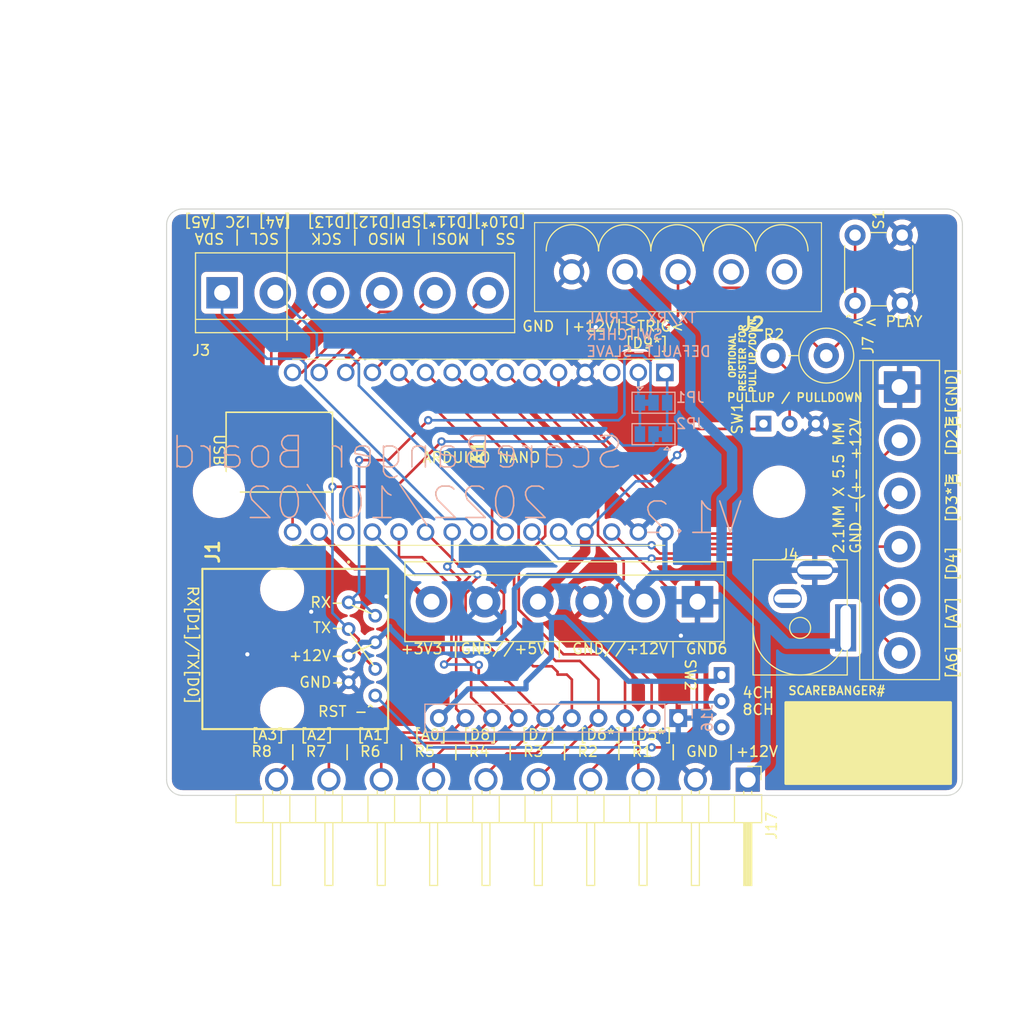
<source format=kicad_pcb>
(kicad_pcb (version 20211014) (generator pcbnew)
  (layers (0 "F.Cu" signal) (31 "B.Cu" signal) (34 "B.Paste" user) (35 "F.Paste" user) (36 "B.SilkS" user "B.Silkscreen") (37 "F.SilkS" user "F.Silkscreen") (38 "B.Mask" user) (39 "F.Mask" user) (44 "Edge.Cuts" user))
  (net 0 "")
  (net 1 "Net-(A1-Pad2)")
  (net 3 "GND")
  (net 4 "Net-(A1-Pad5)")
  (net 5 "Net-(A1-Pad6)")
  (net 6 "Net-(A1-Pad7)")
  (net 7 "Net-(A1-Pad8)")
  (net 8 "Net-(A1-Pad9)")
  (net 9 "Net-(A1-Pad10)")
  (net 10 "Net-(A1-Pad11)")
  (net 11 "Net-(A1-Pad12)")
  (net 12 "+3.3V")
  (net 14 "Net-(A1-Pad19)")
  (net 15 "Net-(A1-Pad20)")
  (net 16 "Net-(A1-Pad21)")
  (net 17 "Net-(A1-Pad22)")
  (net 18 "Net-(A1-Pad23)")
  (net 19 "Net-(A1-Pad24)")
  (net 20 "Net-(J3-Pad6)")
  (net 21 "Net-(A1-Pad26)")
  (net 22 "+5V")
  (net 23 "Net-(A1-Pad28)")
  (net 24 "+12V")
  (net 25 "SPKR -")
  (net 26 "SPKR +")
  (net 27 "Net-(A1-Pad14)")
  (net 28 "Net-(A1-Pad15)")
  (net 29 "Net-(A1-Pad16)")
  (net 30 "Net-(A1-Pad25)")
  (net 32 "Net-(J1-Pad1)")
  (net 33 "Net-(J1-Pad3)")
  (net 34 "Net-(A1-Pad1)")
  (net 35 "Net-(R2-Pad2)")
  (footprint "SamacSys_Parts:ARDNANO30NP" (layer "F.Cu") (at 148.59 101.61 -90)
    (fp_text reference "A1" (at 7.62 17.78 -90) (layer "F.SilkS") (effects (font (size 1.27 1.27) (thickness 0.254))))
    (fp_text value "Arduino_Nano_v3.x" hide)
    (pad "1" thru_hole rect (at 0 0 270) (size 1.665 1.665) (drill 1.11) (layers *.Cu *.Mask) (net 34 "Net-(A1-Pad1)"))
    (pad "2" thru_hole circle (at 0 2.54 270) (size 1.665 1.665) (drill 1.11) (layers *.Cu *.Mask) (net 1 "Net-(A1-Pad2)"))
    (pad "3" thru_hole circle (at 0 5.08 270) (size 1.665 1.665) (drill 1.11) (layers *.Cu *.Mask))
    (pad "4" thru_hole circle (at 0 7.62 270) (size 1.665 1.665) (drill 1.11) (layers *.Cu *.Mask) (net 3 "GND"))
    (pad "5" thru_hole circle (at 0 10.16 270) (size 1.665 1.665) (drill 1.11) (layers *.Cu *.Mask) (net 4 "Net-(A1-Pad5)"))
    (pad "6" thru_hole circle (at 0 12.7 270) (size 1.665 1.665) (drill 1.11) (layers *.Cu *.Mask) (net 5 "Net-(A1-Pad6)"))
    (pad "7" thru_hole circle (at 0 15.24 270) (size 1.665 1.665) (drill 1.11) (layers *.Cu *.Mask) (net 6 "Net-(A1-Pad7)"))
    (pad "8" thru_hole circle (at 0 17.78 270) (size 1.665 1.665) (drill 1.11) (layers *.Cu *.Mask) (net 7 "Net-(A1-Pad8)"))
    (pad "9" thru_hole circle (at 0 20.32 270) (size 1.665 1.665) (drill 1.11) (layers *.Cu *.Mask) (net 8 "Net-(A1-Pad9)"))
    (pad "10" thru_hole circle (at 0 22.86 270) (size 1.665 1.665) (drill 1.11) (layers *.Cu *.Mask) (net 9 "Net-(A1-Pad10)"))
    (pad "11" thru_hole circle (at 0 25.4 270) (size 1.665 1.665) (drill 1.11) (layers *.Cu *.Mask) (net 10 "Net-(A1-Pad11)"))
    (pad "12" thru_hole circle (at 0 27.94 270) (size 1.665 1.665) (drill 1.11) (layers *.Cu *.Mask) (net 11 "Net-(A1-Pad12)"))
    (pad "13" thru_hole circle (at 0 30.48 270) (size 1.665 1.665) (drill 1.11) (layers *.Cu *.Mask) (net 20 "Net-(J3-Pad6)"))
    (pad "14" thru_hole circle (at 0 33.02 270) (size 1.665 1.665) (drill 1.11) (layers *.Cu *.Mask) (net 27 "Net-(A1-Pad14)"))
    (pad "15" thru_hole circle (at 0 35.56 270) (size 1.665 1.665) (drill 1.11) (layers *.Cu *.Mask) (net 28 "Net-(A1-Pad15)"))
    (pad "16" thru_hole circle (at 15.24 35.56 270) (size 1.665 1.665) (drill 1.11) (layers *.Cu *.Mask) (net 29 "Net-(A1-Pad16)"))
    (pad "17" thru_hole circle (at 15.24 33.02 270) (size 1.665 1.665) (drill 1.11) (layers *.Cu *.Mask) (net 12 "+3.3V"))
    (pad "18" thru_hole circle (at 15.24 30.48 270) (size 1.665 1.665) (drill 1.11) (layers *.Cu *.Mask))
    (pad "19" thru_hole circle (at 15.24 27.94 270) (size 1.665 1.665) (drill 1.11) (layers *.Cu *.Mask) (net 14 "Net-(A1-Pad19)"))
    (pad "20" thru_hole circle (at 15.24 25.4 270) (size 1.665 1.665) (drill 1.11) (layers *.Cu *.Mask) (net 15 "Net-(A1-Pad20)"))
    (pad "21" thru_hole circle (at 15.24 22.86 270) (size 1.665 1.665) (drill 1.11) (layers *.Cu *.Mask) (net 16 "Net-(A1-Pad21)"))
    (pad "22" thru_hole circle (at 15.24 20.32 270) (size 1.665 1.665) (drill 1.11) (layers *.Cu *.Mask) (net 17 "Net-(A1-Pad22)"))
    (pad "23" thru_hole circle (at 15.24 17.78 270) (size 1.665 1.665) (drill 1.11) (layers *.Cu *.Mask) (net 18 "Net-(A1-Pad23)"))
    (pad "24" thru_hole circle (at 15.24 15.24 270) (size 1.665 1.665) (drill 1.11) (layers *.Cu *.Mask) (net 19 "Net-(A1-Pad24)"))
    (pad "25" thru_hole circle (at 15.24 12.7 270) (size 1.665 1.665) (drill 1.11) (layers *.Cu *.Mask) (net 30 "Net-(A1-Pad25)"))
    (pad "26" thru_hole circle (at 15.24 10.16 270) (size 1.665 1.665) (drill 1.11) (layers *.Cu *.Mask) (net 21 "Net-(A1-Pad26)"))
    (pad "27" thru_hole circle (at 15.24 7.62 270) (size 1.665 1.665) (drill 1.11) (layers *.Cu *.Mask) (net 22 "+5V"))
    (pad "28" thru_hole circle (at 15.24 5.08 270) (size 1.665 1.665) (drill 1.11) (layers *.Cu *.Mask) (net 23 "Net-(A1-Pad28)"))
    (pad "29" thru_hole circle (at 15.24 2.54 270) (size 1.665 1.665) (drill 1.11) (layers *.Cu *.Mask) (net 3 "GND"))
    (pad "30" thru_hole circle (at 15.24 0 270) (size 1.665 1.665) (drill 1.11) (layers *.Cu *.Mask) (net 24 "+12V"))
  )
  (footprint "TerminalBlock:TerminalBlock_bornier-6_P5.08mm" (layer "F.Cu") (at 106.3 94)
    (fp_text reference "J3" (at -2 5.5 180) (layer "F.SilkS"))
    (fp_text value "Screw_Terminal_01x06")
    (pad "1" thru_hole rect (at 0 0) (size 3 3) (drill 1.52) (layers *.Cu *.Mask) (net 18 "Net-(A1-Pad23)"))
    (pad "2" thru_hole circle (at 5.08 0) (size 3 3) (drill 1.52) (layers *.Cu *.Mask) (net 19 "Net-(A1-Pad24)"))
    (pad "3" thru_hole circle (at 10.16 0) (size 3 3) (drill 1.52) (layers *.Cu *.Mask) (net 29 "Net-(A1-Pad16)"))
    (pad "4" thru_hole circle (at 15.24 0) (size 3 3) (drill 1.52) (layers *.Cu *.Mask) (net 28 "Net-(A1-Pad15)"))
    (pad "5" thru_hole circle (at 20.32 0) (size 3 3) (drill 1.52) (layers *.Cu *.Mask) (net 27 "Net-(A1-Pad14)"))
    (pad "6" thru_hole circle (at 25.4 0) (size 3 3) (drill 1.52) (layers *.Cu *.Mask) (net 20 "Net-(J3-Pad6)"))
  )
  (footprint "custom:SpDt SlideSwitch" (layer "F.Cu") (at 154 130.5 -90)
    (fp_text reference "SW2" (at 0 3 -90 unlocked) (layer "F.SilkS"))
    (fp_text value "SW_SPDT")
    (pad "1" thru_hole rect (at 0 0 270) (size 1.5 1.5) (drill 0.8) (layers *.Cu *.Mask) (net 22 "+5V"))
    (pad "2" thru_hole circle (at 2.5 0 270) (size 1.5 1.5) (drill 0.8) (layers *.Cu *.Mask) (net 14 "Net-(A1-Pad19)"))
    (pad "3" thru_hole circle (at 5 0 270) (size 1.5 1.5) (drill 0.8) (layers *.Cu *.Mask))
  )
  (footprint "TerminalBlock:TerminalBlock_bornier-6_P5.08mm" (layer "F.Cu") (at 151.7 123.5 180)
    (fp_text reference "J6" (at -2 -4.5) (layer "F.SilkS"))
    (fp_text value "Screw_Terminal_01x06")
    (pad "1" thru_hole rect (at 0 0 180) (size 3 3) (drill 1.52) (layers *.Cu *.Mask) (net 3 "GND"))
    (pad "2" thru_hole circle (at 5.08 0 180) (size 3 3) (drill 1.52) (layers *.Cu *.Mask) (net 24 "+12V"))
    (pad "3" thru_hole circle (at 10.16 0 180) (size 3 3) (drill 1.52) (layers *.Cu *.Mask) (net 3 "GND"))
    (pad "4" thru_hole circle (at 15.24 0 180) (size 3 3) (drill 1.52) (layers *.Cu *.Mask) (net 22 "+5V"))
    (pad "5" thru_hole circle (at 20.32 0 180) (size 3 3) (drill 1.52) (layers *.Cu *.Mask) (net 3 "GND"))
    (pad "6" thru_hole circle (at 25.4 0 180) (size 3 3) (drill 1.52) (layers *.Cu *.Mask) (net 12 "+3.3V"))
  )
  (footprint "TerminalBlock:TerminalBlock_bornier-6_P5.08mm" (layer "F.Cu") (at 171 103 -90)
    (fp_text reference "J7" (at -4 3 90) (layer "F.SilkS"))
    (fp_text value "Screw_Terminal_01x06")
    (pad "1" thru_hole rect (at 0 0 270) (size 3 3) (drill 1.52) (layers *.Cu *.Mask) (net 3 "GND"))
    (pad "2" thru_hole circle (at 5.08 0 270) (size 3 3) (drill 1.52) (layers *.Cu *.Mask) (net 4 "Net-(A1-Pad5)"))
    (pad "3" thru_hole circle (at 10.16 0 270) (size 3 3) (drill 1.52) (layers *.Cu *.Mask) (net 5 "Net-(A1-Pad6)"))
    (pad "4" thru_hole circle (at 15.24 0 270) (size 3 3) (drill 1.52) (layers *.Cu *.Mask) (net 6 "Net-(A1-Pad7)"))
    (pad "5" thru_hole circle (at 20.32 0 270) (size 3 3) (drill 1.52) (layers *.Cu *.Mask) (net 21 "Net-(A1-Pad26)"))
    (pad "6" thru_hole circle (at 25.4 0 270) (size 3 3) (drill 1.52) (layers *.Cu *.Mask) (net 30 "Net-(A1-Pad25)"))
  )
  (footprint "MountingHole:MountingHole_4mm" (layer "F.Cu") (at 159.5 113)
    (fp_text reference "REF**" hide)
    (fp_text value "MountingHole_4mm")
    (pad "" np_thru_hole circle (at 0 0) (size 4 4) (drill 4) (layers *.Cu *.Mask))
  )
  (footprint "SamacSys_Parts:691311500105" (layer "F.Cu") (at 160 92 180)
    (fp_text reference "J2" (at 3 -5 180) (layer "F.SilkS") (effects (font (size 1.27 1.27) (thickness 0.254))))
    (fp_text value "1757271" hide)
    (pad "1" thru_hole circle (at 0 0 180) (size 2.4 2.4) (drill 1.6) (layers *.Cu *.Mask) (net 26 "SPKR +"))
    (pad "2" thru_hole circle (at 5.08 0 180) (size 2.4 2.4) (drill 1.6) (layers *.Cu *.Mask) (net 25 "SPKR -"))
    (pad "3" thru_hole circle (at 10.16 0 180) (size 2.4 2.4) (drill 1.6) (layers *.Cu *.Mask) (net 11 "Net-(A1-Pad12)"))
    (pad "4" thru_hole circle (at 15.24 0 180) (size 2.4 2.4) (drill 1.6) (layers *.Cu *.Mask) (net 24 "+12V"))
    (pad "5" thru_hole circle (at 20.32 0 180) (size 2.4 2.4) (drill 1.6) (layers *.Cu *.Mask) (net 3 "GND"))
  )
  (footprint "Button_Switch_THT:SW_PUSH_6mm" (layer "F.Cu") (at 166.75 95 90)
    (fp_text reference "S1" (at 8 2.25 90) (layer "F.SilkS"))
    (fp_text value "GPTS203211B")
    (pad "1" thru_hole circle (at 6.5 0 180) (size 2 2) (drill 1.1) (layers *.Cu *.Mask) (net 11 "Net-(A1-Pad12)"))
    (pad "1" thru_hole circle (at 0 0 180) (size 2 2) (drill 1.1) (layers *.Cu *.Mask) (net 11 "Net-(A1-Pad12)"))
    (pad "2" thru_hole circle (at 0 4.5 180) (size 2 2) (drill 1.1) (layers *.Cu *.Mask) (net 3 "GND"))
    (pad "2" thru_hole circle (at 6.5 4.5 180) (size 2 2) (drill 1.1) (layers *.Cu *.Mask) (net 3 "GND"))
  )
  (footprint "custom:PinHeader_1x10_P5.0mm_Horizontal" (layer "F.Cu") (at 156.5 140.5 -90)
    (fp_text reference "J17" (at 4.385 -2.27 -90) (layer "F.SilkS"))
    (fp_text value "Screw_Terminal_01x10 -  HILETGO RLEAY BOARD")
    (pad "1" thru_hole rect (at 0 0 270) (size 2.3 2.3) (drill 1.5) (layers *.Cu *.Mask) (net 24 "+12V"))
    (pad "2" thru_hole circle (at 0 5 270) (size 2.2 2.2) (drill 1.5) (layers *.Cu *.Mask) (net 3 "GND"))
    (pad "3" thru_hole circle (at 0 10 270) (size 2.2 2.2) (drill 1.5) (layers *.Cu *.Mask) (net 7 "Net-(A1-Pad8)"))
    (pad "4" thru_hole circle (at 0 15 270) (size 2.2 2.2) (drill 1.5) (layers *.Cu *.Mask) (net 8 "Net-(A1-Pad9)"))
    (pad "5" thru_hole circle (at 0 20 270) (size 2.2 2.2) (drill 1.5) (layers *.Cu *.Mask) (net 9 "Net-(A1-Pad10)"))
    (pad "6" thru_hole circle (at 0 25 270) (size 2.2 2.2) (drill 1.5) (layers *.Cu *.Mask) (net 10 "Net-(A1-Pad11)"))
    (pad "7" thru_hole circle (at 0 30 270) (size 2.2 2.2) (drill 1.5) (layers *.Cu *.Mask) (net 14 "Net-(A1-Pad19)"))
    (pad "8" thru_hole circle (at 0 35 270) (size 2.2 2.2) (drill 1.5) (layers *.Cu *.Mask) (net 15 "Net-(A1-Pad20)"))
    (pad "9" thru_hole circle (at 0 40 270) (size 2.2 2.2) (drill 1.5) (layers *.Cu *.Mask) (net 16 "Net-(A1-Pad21)"))
    (pad "10" thru_hole circle (at 0 45 270) (size 2.2 2.2) (drill 1.5) (layers *.Cu *.Mask) (net 17 "Net-(A1-Pad22)"))
  )
  (footprint "Resistor_THT:R_Axial_DIN0516_L15.5mm_D5.0mm_P5.08mm_Vertical" (layer "F.Cu") (at 164 100 180)
    (fp_text reference "R2" (at 5 2) (layer "F.SilkS"))
    (fp_text value "10K")
    (pad "1" thru_hole circle (at 0 0 180) (size 2.4 2.4) (drill 1.2) (layers *.Cu *.Mask) (net 11 "Net-(A1-Pad12)"))
    (pad "2" thru_hole oval (at 5.08 0 180) (size 2.4 2.4) (drill 1.2) (layers *.Cu *.Mask) (net 35 "Net-(R2-Pad2)"))
  )
  (footprint "SamacSys_Parts:54602908LF" (layer "F.Cu") (at 118.384 123.571 -90)
    (fp_text reference "J1" (at -4.826 12.974 -90) (layer "F.SilkS") (effects (font (size 1.27 1.27) (thickness 0.254))))
    (fp_text value "RJ45" hide)
    (pad "" np_thru_hole circle locked (at 10.16 6.35 270) (size 3.2 3.2) (drill 3.2) (layers *.Cu *.Mask))
    (pad "" np_thru_hole circle locked (at -1.27 6.35 270) (size 3.2 3.2) (drill 3.2) (layers *.Cu *.Mask))
    (pad "1" thru_hole circle locked (at 0 0 270) (size 1.303 1.303) (drill 0.76) (layers *.Cu *.Mask) (net 32 "Net-(J1-Pad1)"))
    (pad "2" thru_hole circle locked (at 1.27 -2.54 270) (size 1.303 1.303) (drill 0.76) (layers *.Cu *.Mask) (net 32 "Net-(J1-Pad1)"))
    (pad "3" thru_hole circle locked (at 2.54 0 270) (size 1.303 1.303) (drill 0.76) (layers *.Cu *.Mask) (net 33 "Net-(J1-Pad3)"))
    (pad "4" thru_hole circle locked (at 3.81 -2.54 270) (size 1.303 1.303) (drill 0.76) (layers *.Cu *.Mask) (net 24 "+12V"))
    (pad "5" thru_hole circle locked (at 5.08 0 270) (size 1.303 1.303) (drill 0.76) (layers *.Cu *.Mask) (net 24 "+12V"))
    (pad "6" thru_hole circle locked (at 6.35 -2.54 270) (size 1.303 1.303) (drill 0.76) (layers *.Cu *.Mask) (net 33 "Net-(J1-Pad3)"))
    (pad "7" thru_hole circle locked (at 7.62 0 270) (size 1.303 1.303) (drill 0.76) (layers *.Cu *.Mask) (net 3 "GND"))
    (pad "8" thru_hole circle locked (at 8.89 -2.54 270) (size 1.303 1.303) (drill 0.76) (layers *.Cu *.Mask) (net 23 "Net-(A1-Pad28)"))
  )
  (footprint "custom:SpDt SlideSwitch" (layer "F.Cu") (at 158 106.5)
    (fp_text reference "SW1" (at -2.5 -0.5 90 unlocked) (layer "F.SilkS"))
    (fp_text value "SW_SPDT")
    (pad "1" thru_hole rect (at 0 0) (size 1.5 1.5) (drill 0.8) (layers *.Cu *.Mask) (net 22 "+5V"))
    (pad "2" thru_hole circle (at 2.5 0) (size 1.5 1.5) (drill 0.8) (layers *.Cu *.Mask) (net 35 "Net-(R2-Pad2)"))
    (pad "3" thru_hole circle (at 5 0) (size 1.5 1.5) (drill 0.8) (layers *.Cu *.Mask) (net 3 "GND"))
  )
  (footprint "MountingHole:MountingHole_4mm" (layer "F.Cu") (at 106 113)
    (fp_text reference "REF**" hide)
    (fp_text value "MountingHole_4mm")
    (pad "" np_thru_hole circle (at 0 0) (size 4 4) (drill 4) (layers *.Cu *.Mask))
  )
  (footprint "custom:Vertical-BarrelJack_54-00287" (layer "F.Cu") (at 161.5 126 180)
    (fp_text reference "J4" (at 1 7 unlocked) (layer "F.SilkS"))
    (fp_text value "Barrel_Jack_Switch")
    (pad "1" thru_hole rect (at -4.35 0 270) (size 4.5 2) (drill oval 4.3 1) (layers *.Cu *.Mask) (net 24 "+12V"))
    (pad "2" thru_hole oval (at -1.4 5.5 180) (size 3.5 1.8) (drill oval 3.3 0.8) (layers *.Cu *.Mask) (net 3 "GND"))
    (pad "3" thru_hole oval (at 1.2 2.8 180) (size 2.7 1.8) (drill oval 2.5 0.8) (layers *.Cu *.Mask))
  )
  (footprint "Connector_PinSocket_2.54mm:PinSocket_1x10_P2.54mm_Vertical" (layer "B.Cu") (at 149.86 134.62 90)
    (fp_text reference "J16" (at 0 2.77 90) (layer "B.SilkS") (effects (justify mirror)))
    (fp_text value "Conn_01x10_Female - SAINSMART CONNECTOR")
    (pad "1" thru_hole rect (at 0 0 90) (size 1.7 1.7) (drill 1) (layers *.Cu *.Mask) (net 3 "GND"))
    (pad "2" thru_hole oval (at 0 -2.54 90) (size 1.7 1.7) (drill 1) (layers *.Cu *.Mask) (net 7 "Net-(A1-Pad8)"))
    (pad "3" thru_hole oval (at 0 -5.08 90) (size 1.7 1.7) (drill 1) (layers *.Cu *.Mask) (net 8 "Net-(A1-Pad9)"))
    (pad "4" thru_hole oval (at 0 -7.62 90) (size 1.7 1.7) (drill 1) (layers *.Cu *.Mask) (net 9 "Net-(A1-Pad10)"))
    (pad "5" thru_hole oval (at 0 -10.16 90) (size 1.7 1.7) (drill 1) (layers *.Cu *.Mask) (net 10 "Net-(A1-Pad11)"))
    (pad "6" thru_hole oval (at 0 -12.7 90) (size 1.7 1.7) (drill 1) (layers *.Cu *.Mask) (net 14 "Net-(A1-Pad19)"))
    (pad "7" thru_hole oval (at 0 -15.24 90) (size 1.7 1.7) (drill 1) (layers *.Cu *.Mask) (net 15 "Net-(A1-Pad20)"))
    (pad "8" thru_hole oval (at 0 -17.78 90) (size 1.7 1.7) (drill 1) (layers *.Cu *.Mask) (net 16 "Net-(A1-Pad21)"))
    (pad "9" thru_hole oval (at 0 -20.32 90) (size 1.7 1.7) (drill 1) (layers *.Cu *.Mask) (net 17 "Net-(A1-Pad22)"))
    (pad "10" thru_hole oval (at 0 -22.86 90) (size 1.7 1.7) (drill 1) (layers *.Cu *.Mask) (net 22 "+5V"))
  )
  (footprint "Jumper:SolderJumper-3_P1.3mm_Bridged12_Pad1.0x1.5mm" (layer "B.Cu") (at 147.5 104.5)
    (fp_text reference "JP1" (at 3.5 -0.5) (layer "B.SilkS") (effects (justify mirror)))
    (fp_text value "SolderJumper_3_Bridged12")
    (fp_poly (pts (xy -0.9 0.3) (xy -0.4 0.3) (xy -0.4 -0.3) (xy -0.9 -0.3)) (layer "B.Cu") (width 0) (fill solid))
    (pad "1" smd rect (at -1.3 0) (size 1 1.5) (layers "B.Cu" "B.Mask") (net 1 "Net-(A1-Pad2)"))
    (pad "2" smd rect (at 0 0) (size 1 1.5) (layers "B.Cu" "B.Mask") (net 32 "Net-(J1-Pad1)"))
    (pad "3" smd rect (at 1.3 0) (size 1 1.5) (layers "B.Cu" "B.Mask") (net 34 "Net-(A1-Pad1)"))
  )
  (footprint "Jumper:SolderJumper-3_P1.3mm_Bridged12_Pad1.0x1.5mm" (layer "B.Cu") (at 147.5 107.5 180)
    (fp_text reference "JP2" (at -3.5 1) (layer "B.SilkS") (effects (justify mirror)))
    (fp_text value "SolderJumper_3_Bridged12")
    (fp_poly (pts (xy -0.9 0.3) (xy -0.4 0.3) (xy -0.4 -0.3) (xy -0.9 -0.3)) (layer "B.Cu") (width 0) (fill solid))
    (pad "1" smd rect (at -1.3 0 180) (size 1 1.5) (layers "B.Cu" "B.Mask") (net 34 "Net-(A1-Pad1)"))
    (pad "2" smd rect (at 0 0 180) (size 1 1.5) (layers "B.Cu" "B.Mask") (net 33 "Net-(J1-Pad3)"))
    (pad "3" smd rect (at 1.3 0 180) (size 1 1.5) (layers "B.Cu" "B.Mask") (net 1 "Net-(A1-Pad2)"))
  )
  (gr_line (start 116.84 105.41) (end 106.68 105.41) (layer "F.SilkS") (width 0.15))
  (gr_line (start 118.237 126.111) (end 120.904 129.794) (layer "F.SilkS") (width 0.15))
  (gr_line (start 118.364 123.698) (end 121.031 124.841) (layer "F.SilkS") (width 0.15))
  (gr_line (start 116.84 113.03) (end 116.84 105.41) (layer "F.SilkS") (width 0.15))
  (gr_line (start 106.68 105.41) (end 106.68 113.03) (layer "F.SilkS") (width 0.15))
  (gr_line (start 106.68 113.03) (end 116.84 113.03) (layer "F.SilkS") (width 0.15))
  (gr_line (start 118.364 128.651) (end 120.777 127.508) (layer "F.SilkS") (width 0.15))
  (gr_line (start 112.5 98.5) (end 112.5 86.5) (layer "F.SilkS") (width 0.15))
  (gr_arc (start 175.5 86) (mid 176.56066 86.43934) (end 177 87.5) (layer "Edge.Cuts") (width 0.1))
  (gr_arc (start 102.5 142) (mid 101.43934 141.56066) (end 101 140.5) (layer "Edge.Cuts") (width 0.1))
  (gr_line (start 175.5 142) (end 102.5 142) (layer "Edge.Cuts") (width 0.1))
  (gr_line (start 101 140.5) (end 101 87.5) (layer "Edge.Cuts") (width 0.1))
  (gr_line (start 102.5 86) (end 175.5 86) (layer "Edge.Cuts") (width 0.1))
  (gr_arc (start 101 87.5) (mid 101.43934 86.43934) (end 102.5 86) (layer "Edge.Cuts") (width 0.1))
  (gr_arc (start 177 140.5) (mid 176.56066 141.56066) (end 175.5 142) (layer "Edge.Cuts") (width 0.1))
  (gr_line (start 177 87.5) (end 177 140.5) (layer "Edge.Cuts") (width 0.1))
  (gr_text "TX/RX SERIAL\nSWITCHER\nDEFAULT-SLAVE" (at 141 98) (layer "B.SilkS") (effects (font (size 1 1)) (justify right mirror)))
  (gr_text "V1.2" (at 151.25 115.5) (layer "B.SilkS") (effects (font (size 3 3)) (justify mirror)))
  (gr_text "\nScareBanger Board\n2022/10/02" (at 123 109.25) (layer "B.SilkS") (effects (font (size 3 3)) (justify mirror)))
  (gr_text "GND |+12V|>TRIG<\n[D9*]  " (at 150.5 98) (layer "F.SilkS") (effects (font (size 1 1)) (justify right)))
  (gr_text "+12V-" (at 115.316 128.651) (layer "F.SilkS") (effects (font (size 1 1))))
  (gr_text "^<< PLAY" (at 165.75 96.75) (layer "F.SilkS") (effects (font (size 1 1)) (justify left)))
  (gr_text "4CH\n8CH" (at 157.5 133) (layer "F.SilkS") (effects (font (size 1 1))))
  (gr_text "SS | MOSI | MISO | SCK    SCL | SDA\n[D10*][D11*]SPI[D12][D13]  [A4] I2C [A5]" (at 119 88 -180) (layer "F.SilkS") (effects (font (size 1 1))))
  (gr_text "RX-" (at 116.332 123.571) (layer "F.SilkS") (effects (font (size 1 1))))
  (gr_text "[A6]  [A7]  [D4]   [D3*]   [D2] [GND]" (at 176 130.94 -270) (layer "F.SilkS") (effects (font (size 1 1)) (justify left)))
  (gr_text "PULLUP / PULLDOWN" (at 161 104) (layer "F.SilkS") (effects (font (size 0.8 0.8))))
  (gr_text "USB" (at 106 109 -90) (layer "F.SilkS") (effects (font (size 1 1))))
  (gr_text "2.1MM X 5.5 MM\nGND -(+- +12V " (at 166 119 -270) (layer "F.SilkS") (effects (font (size 1 1)) (justify left)))
  (gr_text "RST -^" (at 118.11 133.985) (layer "F.SilkS") (effects (font (size 1 1))))
  (gr_text "GND-" (at 115.824 131.191) (layer "F.SilkS") (effects (font (size 1 1))))
  (gr_text "TX-" (at 116.459 125.984) (layer "F.SilkS") (effects (font (size 1 1))))
  (gr_text "[A3]  [A2]   [A1]   [A0]  [D8]   [D7]   [D6*] [D5*]\nR8  | R7  | R6  | R5  | R4  | R3  | R2  | R1  | GND |+12V\n" (at 109 137) (layer "F.SilkS") (effects (font (size 1 1)) (justify left)))
  (gr_text "RX[D1]/TX[D0]" (at 103.505 127.635 -90) (layer "F.SilkS") (effects (font (size 1 1))))
  (gr_text "INT" (at 176 106.25) (layer "F.SilkS") (effects (font (size 0.6 0.6))))
  (gr_text "INT" (at 176 111.75) (layer "F.SilkS") (effects (font (size 0.6 0.6))))
  (gr_text "OPTIONAL\nRESISTER FOR \nPULL UP/DOWN" (at 156 100 -270) (layer "F.SilkS") (effects (font (size 0.6 0.6))))
  (gr_text "ARDUINO NANO" (at 131.064 109.728) (layer "F.SilkS") (effects (font (size 1 1))))
  (gr_text "+3V3 |GND//+5V | GND//+12V| GND" (at 138.5 128) (layer "F.SilkS") (effects (font (size 1 1))))
  (gr_text "SCAREBANGER#" (at 165 132) (layer "F.SilkS") (effects (font (size 0.8 0.8))))
  (segment (start 146.05 104.35) (end 146.2 104.5) (width 0.25) (layer "B.Cu") (net 1))
  (segment (start 146.05 101.61) (end 146.05 104.35) (width 0.25) (layer "B.Cu") (net 1))
  (segment (start 146.2 104.5) (end 146.2 107.5) (width 0.25) (layer "B.Cu") (net 1))
  (segment (start 140.462 122.7695) (end 140.97 122.2615) (width 0.5) (layer "F.Cu") (net 3))
  (via (at 122 123) (size 0.8) (drill 0.4) (layers "F.Cu" "B.Cu") (net 3))
  (via (at 114.808 124.46) (size 0.8) (drill 0.4) (layers "F.Cu" "B.Cu") (net 3))
  (via (at 150.114 126.746) (size 0.8) (drill 0.4) (layers "F.Cu" "B.Cu") (net 3))
  (via (at 141.986 97.282) (size 0.8) (drill 0.4) (layers "F.Cu" "B.Cu") (net 3))
  (via (at 108.712 128.524) (size 0.8) (drill 0.4) (layers "F.Cu" "B.Cu") (net 3))
  (segment (start 151.9 117) (end 164.5 117) (width 0.25) (layer "F.Cu") (net 4))
  (segment (start 138.43 103.513604) (end 148.824396 113.908) (width 0.25) (layer "F.Cu") (net 4))
  (segment (start 151.45 116.177208) (end 151.45 117.45) (width 0.25) (layer "F.Cu") (net 4))
  (segment (start 168.979587 112.520413) (end 168.979587 110.100413) (width 0.25) (layer "F.Cu") (net 4))
  (segment (start 138.43 101.61) (end 138.43 103.513604) (width 0.25) (layer "F.Cu") (net 4))
  (segment (start 164.5 117) (end 168.979587 112.520413) (width 0.25) (layer "F.Cu") (net 4))
  (segment (start 168.979587 110.100413) (end 171 108.08) (width 0.25) (layer "F.Cu") (net 4))
  (segment (start 148.824396 113.908) (end 149.180792 113.908) (width 0.25) (layer "F.Cu") (net 4))
  (segment (start 149.180792 113.908) (end 151.45 116.177208) (width 0.25) (layer "F.Cu") (net 4))
  (segment (start 151.45 117.45) (end 151.9 117) (width 0.25) (layer "F.Cu") (net 4))
  (segment (start 152.086396 117.45) (end 166.71 117.45) (width 0.25) (layer "F.Cu") (net 5))
  (segment (start 135.89 101.61) (end 148.638 114.358) (width 0.25) (layer "F.Cu") (net 5))
  (segment (start 151 118) (end 151.536396 118) (width 0.25) (layer "F.Cu") (net 5))
  (segment (start 151 116.363604) (end 151 118) (width 0.25) (layer "F.Cu") (net 5))
  (segment (start 148.994396 114.358) (end 151 116.363604) (width 0.25) (layer "F.Cu") (net 5))
  (segment (start 151.536396 118) (end 152.086396 117.45) (width 0.25) (layer "F.Cu") (net 5))
  (segment (start 166.71 117.45) (end 171 113.16) (width 0.25) (layer "F.Cu") (net 5))
  (segment (start 148.638 114.358) (end 148.994396 114.358) (width 0.25) (layer "F.Cu") (net 5))
  (segment (start 150.813604 118.45) (end 151.722792 118.45) (width 0.25) (layer "F.Cu") (net 6))
  (segment (start 152.172792 118) (end 164.52 118) (width 0.25) (layer "F.Cu") (net 6))
  (segment (start 150 118) (end 150.55 118) (width 0.25) (layer "F.Cu") (net 6))
  (segment (start 164.52 118) (end 164.76 118.24) (width 0.25) (layer "F.Cu") (net 6))
  (segment (start 164.76 118.24) (end 171 118.24) (width 0.25) (layer "F.Cu") (net 6))
  (segment (start 133.35 101.61) (end 146.998 115.258) (width 0.25) (layer "F.Cu") (net 6))
  (segment (start 150 116) (end 150 118) (width 0.25) (layer "F.Cu") (net 6))
  (segment (start 146.998 115.258) (end 149.258 115.258) (width 0.25) (layer "F.Cu") (net 6))
  (segment (start 150.55 118) (end 150.55 118.186396) (width 0.25) (layer "F.Cu") (net 6))
  (segment (start 149.258 115.258) (end 150 116) (width 0.25) (layer "F.Cu") (net 6))
  (segment (start 150.55 118.186396) (end 150.813604 118.45) (width 0.25) (layer "F.Cu") (net 6))
  (segment (start 151.722792 118.45) (end 152.172792 118) (width 0.25) (layer "F.Cu") (net 6))
  (segment (start 144.655 119.631953) (end 142.2 117.176953) (width 0.25) (layer "F.Cu") (net 7))
  (segment (start 147.32 131.191) (end 144 127.871) (width 0.25) (layer "F.Cu") (net 7))
  (segment (start 146.05 140.208) (end 146.05 135.89) (width 0.25) (layer "F.Cu") (net 7))
  (segment (start 142.2 117.176953) (end 142.2 113) (width 0.25) (layer "F.Cu") (net 7))
  (segment (start 144 127.871) (end 144 122) (width 0.25) (layer "F.Cu") (net 7))
  (segment (start 144.655 121.345) (end 144.655 119.631953) (width 0.25) (layer "F.Cu") (net 7))
  (segment (start 147.32 134.62) (end 147.32 131.191) (width 0.25) (layer "F.Cu") (net 7))
  (segment (start 144 122) (end 144.655 121.345) (width 0.25) (layer "F.Cu") (net 7))
  (segment (start 142.2 113) (end 130.81 101.61) (width 0.25) (layer "F.Cu") (net 7))
  (segment (start 146.05 135.89) (end 147.32 134.62) (width 0.25) (layer "F.Cu") (net 7))
  (segment (start 137.16 110.5) (end 137.16 117.221) (width 0.25) (layer "F.Cu") (net 8))
  (segment (start 142.367 128.524) (end 144.78 130.937) (width 0.25) (layer "F.Cu") (net 8))
  (segment (start 144.78 136.398) (end 144.78 134.62) (width 0.25) (layer "F.Cu") (net 8))
  (segment (start 134.635 119.746) (end 134.635 124.25594) (width 0.25) (layer "F.Cu") (net 8))
  (segment (start 137.16 117.221) (end 134.635 119.746) (width 0.25) (layer "F.Cu") (net 8))
  (segment (start 128.27 101.61) (end 137.16 110.5) (width 0.25) (layer "F.Cu") (net 8))
  (segment (start 138.90306 128.524) (end 142.367 128.524) (width 0.25) (layer "F.Cu") (net 8))
  (segment (start 144.78 130.937) (end 144.78 134.62) (width 0.25) (layer "F.Cu") (net 8))
  (segment (start 140.97 140.208) (end 144.78 136.398) (width 0.25) (layer "F.Cu") (net 8))
  (segment (start 134.635 124.25594) (end 138.90306 128.524) (width 0.25) (layer "F.Cu") (net 8))
  (segment (start 134.62 110.5) (end 134.62 119.124604) (width 0.25) (layer "F.Cu") (net 9))
  (segment (start 138.159 129.159) (end 140.462 129.159) (width 0.25) (layer "F.Cu") (net 9))
  (segment (start 140.462 129.159) (end 142.24 130.937) (width 0.25) (layer "F.Cu") (net 9))
  (segment (start 134.185 119.559604) (end 134.185 125.185) (width 0.25) (layer "F.Cu") (net 9))
  (segment (start 125.73 101.61) (end 134.62 110.5) (width 0.25) (layer "F.Cu") (net 9))
  (segment (start 142.24 134.62) (end 136.652 140.208) (width 0.25) (layer "F.Cu") (net 9))
  (segment (start 134.62 119.124604) (end 134.185 119.559604) (width 0.25) (layer "F.Cu") (net 9))
  (segment (start 142.24 130.937) (end 142.24 134.62) (width 0.25) (layer "F.Cu") (net 9))
  (segment (start 134.185 125.185) (end 138.159 129.159) (width 0.25) (layer "F.Cu") (net 9))
  (segment (start 123.19 101.61) (end 132.08 110.5) (width 0.25) (layer "F.Cu") (net 10))
  (segment (start 138.335 130.461) (end 139.224 130.461) (width 0.25) (layer "F.Cu") (net 10))
  (segment (start 133.205 122.74406) (end 133.205 124.25594) (width 0.25) (layer "F.Cu") (net 10))
  (segment (start 133.205 124.25594) (end 133 124.46094) (width 0.25) (layer "F.Cu") (net 10))
  (segment (start 133 124.46094) (end 133 126.65) (width 0.25) (layer "F.Cu") (net 10))
  (segment (start 133 126.65) (end 136.017 129.667) (width 0.25) (layer "F.Cu") (net 10))
  (segment (start 139.7 130.937) (end 139.7 134.62) (width 0.25) (layer "F.Cu") (net 10))
  (segment (start 139.7 134.62) (end 136.32 138) (width 0.25) (layer "F.Cu") (net 10))
  (segment (start 136.32 138) (end 133.5 138) (width 0.25) (layer "F.Cu") (net 10))
  (segment (start 133.5 138) (end 131.5 140) (width 0.25) (layer "F.Cu") (net 10))
  (segment (start 139.224 130.461) (end 139.7 130.937) (width 0.25) (layer "F.Cu") (net 10))
  (segment (start 137.795 129.667) (end 138.335 130.207) (width 0.25) (layer "F.Cu") (net 10))
  (segment (start 136.017 129.667) (end 137.795 129.667) (width 0.25) (layer "F.Cu") (net 10))
  (segment (start 132.08 110.5) (end 132.08 121.675) (width 0.25) (layer "F.Cu") (net 10))
  (segment (start 138.335 130.207) (end 138.335 130.461) (width 0.25) (layer "F.Cu") (net 10))
  (segment (start 132.08 121.675) (end 132.13594 121.675) (width 0.25) (layer "F.Cu") (net 10))
  (segment (start 132.13594 121.675) (end 133.205 122.74406) (width 0.25) (layer "F.Cu") (net 10))
  (segment (start 131.758396 100.018) (end 132.776396 99) (width 0.25) (layer "F.Cu") (net 11))
  (segment (start 166.75 95) (end 166.75 88.5) (width 0.25) (layer "F.Cu") (net 11))
  (segment (start 147.02 99) (end 149.84 96.18) (width 0.25) (layer "F.Cu") (net 11))
  (segment (start 132.776396 99) (end 147.02 99) (width 0.25) (layer "F.Cu") (net 11))
  (segment (start 122.242 100.018) (end 131.758396 100.018) (width 0.25) (layer "F.Cu") (net 11))
  (segment (start 149.84 96.18) (end 149.84 92) (width 0.25) (layer "F.Cu") (net 11))
  (segment (start 149.84 92) (end 151.365 93.525) (width 0.25) (layer "F.Cu") (net 11))
  (segment (start 164 100) (end 166.75 97.25) (width 0.25) (layer "F.Cu") (net 11))
  (segment (start 120.65 101.61) (end 122.242 100.018) (width 0.25) (layer "F.Cu") (net 11))
  (segment (start 166.75 97.25) (end 166.75 95) (width 0.25) (layer "F.Cu") (net 11))
  (segment (start 151.365 93.525) (end 157.525 93.525) (width 0.25) (layer "F.Cu") (net 11))
  (segment (start 157.525 93.525) (end 164 100) (width 0.25) (layer "F.Cu") (net 11))
  (segment (start 127.15 122.7695) (end 126.7065 122.7695) (width 0.25) (layer "F.Cu") (net 12))
  (segment (start 122.769 120.269) (end 126 123.5) (width 0.5) (layer "F.Cu") (net 12))
  (segment (start 118.989 120.269) (end 122.769 120.269) (width 0.5) (layer "F.Cu") (net 12))
  (segment (start 115.57 116.85) (end 118.989 120.269) (width 0.5) (layer "F.Cu") (net 12))
  (segment (start 127.5 137.5) (end 126.5 138.5) (width 0.25) (layer "F.Cu") (net 14))
  (segment (start 129.555 125.555) (end 132.5 128.5) (width 0.25) (layer "F.Cu") (net 14))
  (segment (start 130 122.29906) (end 129.555 122.74406) (width 0.25) (layer "F.Cu") (net 14))
  (segment (start 133.35 131.064) (end 133.604 131.064) (width 0.25) (layer "F.Cu") (net 14))
  (segment (start 132.5 130.214) (end 133.35 131.064) (width 0.25) (layer "F.Cu") (net 14))
  (segment (start 132.5 128.5) (end 132.5 130.214) (width 0.25) (layer "F.Cu") (net 14))
  (segment (start 130.683 120.904) (end 130.683 121.211999) (width 0.25) (layer "F.Cu") (net 14))
  (segment (start 130.683 121.211999) (end 130 121.894999) (width 0.25) (layer "F.Cu") (net 14))
  (segment (start 133.604 131.064) (end 137.16 134.62) (width 0.25) (layer "F.Cu") (net 14))
  (segment (start 126.5 138.5) (end 126.5 140) (width 0.25) (layer "F.Cu") (net 14))
  (segment (start 129.555 122.74406) (end 129.555 125.555) (width 0.25) (layer "F.Cu") (net 14))
  (segment (start 134.28 137.5) (end 127.5 137.5) (width 0.25) (layer "F.Cu") (net 14))
  (segment (start 130 121.894999) (end 130 122.29906) (width 0.25) (layer "F.Cu") (net 14))
  (segment (start 137.16 134.62) (end 134.28 137.5) (width 0.25) (layer "F.Cu") (net 14))
  (via (at 130.683 120.904) (size 0.8) (drill 0.4) (layers "F.Cu" "B.Cu") (net 14))
  (segment (start 124.704 120.904) (end 130.683 120.904) (width 0.25) (layer "B.Cu") (net 14))
  (segment (start 120.65 116.85) (end 124.704 120.904) (width 0.25) (layer "B.Cu") (net 14))
  (segment (start 153.9 133.1) (end 154 133) (width 0.25) (layer "B.Cu") (net 14))
  (segment (start 138.68 133.1) (end 153.9 133.1) (width 0.25) (layer "B.Cu") (net 14))
  (segment (start 137.16 134.62) (end 138.68 133.1) (width 0.25) (layer "B.Cu") (net 14))
  (segment (start 132.24 137) (end 122 137) (width 0.25) (layer "F.Cu") (net 15))
  (segment (start 121.5 137.5) (end 121.5 140) (width 0.25) (layer "F.Cu") (net 15))
  (segment (start 128.205 128.795) (end 127.5 129.5) (width 0.25) (layer "F.Cu") (net 15))
  (segment (start 125.403 119.253) (end 128.205 122.055) (width 0.25) (layer "F.Cu") (net 15))
  (segment (start 134.62 134.62) (end 132.24 137) (width 0.25) (layer "F.Cu") (net 15))
  (segment (start 123.19 116.85) (end 123.19 119.253) (width 0.25) (layer "F.Cu") (net 15))
  (segment (start 123.19 119.253) (end 125.403 119.253) (width 0.25) (layer "F.Cu") (net 15))
  (segment (start 130.81 130.81) (end 134.62 134.62) (width 0.25) (layer "F.Cu") (net 15))
  (segment (start 122 137) (end 121.5 137.5) (width 0.25) (layer "F.Cu") (net 15))
  (segment (start 128.205 122.055) (end 128.205 128.795) (width 0.25) (layer "F.Cu") (net 15))
  (segment (start 130.81 129.54) (end 130.81 130.81) (width 0.25) (layer "F.Cu") (net 15))
  (via (at 127.5 129.5) (size 0.8) (drill 0.4) (layers "F.Cu" "B.Cu") (net 15))
  (via (at 130.81 129.54) (size 0.8) (drill 0.4) (layers "F.Cu" "B.Cu") (net 15))
  (segment (start 127.5 129.5) (end 130.77 129.5) (width 0.25) (layer "B.Cu") (net 15))
  (segment (start 130.77 129.5) (end 130.81 129.54) (width 0.25) (layer "B.Cu") (net 15))
  (segment (start 132.08 134.62) (end 130.2 136.5) (width 0.25) (layer "F.Cu") (net 16))
  (segment (start 116.5 138) (end 116.5 140) (width 0.25) (layer "F.Cu") (net 16))
  (segment (start 118 136.5) (end 116.5 138) (width 0.25) (layer "F.Cu") (net 16))
  (segment (start 130.2 136.5) (end 118 136.5) (width 0.25) (layer "F.Cu") (net 16))
  (segment (start 130.085 129.585) (end 130.085 132.625) (width 0.25) (layer "F.Cu") (net 16))
  (segment (start 125.73 116.85) (end 129.958 121.078) (width 0.25) (layer "F.Cu") (net 16))
  (segment (start 129.958 121.078) (end 129.105 121.931) (width 0.25) (layer "F.Cu") (net 16))
  (segment (start 129.105 128.605) (end 130.085 129.585) (width 0.25) (layer "F.Cu") (net 16))
  (segment (start 130.085 132.625) (end 132.08 134.62) (width 0.25) (layer "F.Cu") (net 16))
  (segment (start 129.105 121.931) (end 129.105 128.605) (width 0.25) (layer "F.Cu") (net 16))
  (segment (start 115.5 136) (end 111.5 140) (width 0.25) (layer "F.Cu") (net 17))
  (segment (start 129.024802 121.374802) (end 128.655 121.744604) (width 0.25) (layer "F.Cu") (net 17))
  (segment (start 128.16 136) (end 115.5 136) (width 0.25) (layer "F.Cu") (net 17))
  (segment (start 129.54 134.62) (end 128.16 136) (width 0.25) (layer "F.Cu") (net 17))
  (segment (start 128.655 133.735) (end 129.54 134.62) (width 0.25) (layer "F.Cu") (net 17))
  (segment (start 128.655 121.744604) (end 128.655 133.735) (width 0.25) (layer "F.Cu") (net 17))
  (segment (start 127.8 120.15) (end 129.024802 121.374802) (width 0.25) (layer "F.Cu") (net 17))
  (via (at 127.8 120.15) (size 0.8) (drill 0.4) (layers "F.Cu" "B.Cu") (net 17))
  (segment (start 127.8 120.15) (end 128.27 119.68) (width 0.25) (layer "B.Cu") (net 17))
  (segment (start 128.27 119.68) (end 128.27 116.85) (width 0.25) (layer "B.Cu") (net 17))
  (segment (start 114.28 102.290001) (end 114.28 100.818) (width 0.25) (layer "B.Cu") (net 18))
  (segment (start 130.81 116.85) (end 129.56 115.6) (width 0.25) (layer "B.Cu") (net 18))
  (segment (start 129.56 115.6) (end 127.589999 115.6) (width 0.25) (layer "B.Cu") (net 18))
  (segment (start 106.3 96) (end 106.3 94) (width 0.25) (layer "B.Cu") (net 18))
  (segment (start 114.28 100.818) (end 113.759207 100.297207) (width 0.25) (layer "B.Cu") (net 18))
  (segment (start 110.597207 100.297207) (end 106.3 96) (width 0.25) (layer "B.Cu") (net 18))
  (segment (start 113.759207 100.297207) (end 110.597207 100.297207) (width 0.25) (layer "B.Cu") (net 18))
  (segment (start 127.589999 115.6) (end 114.28 102.290001) (width 0.25) (layer "B.Cu") (net 18))
  (segment (start 119.36 102.86) (end 119.36 100.818) (width 0.25) (layer "B.Cu") (net 19))
  (segment (start 115.344415 97.964415) (end 111.38 94) (width 0.25) (layer "B.Cu") (net 19))
  (segment (start 133.35 116.85) (end 119.36 102.86) (width 0.25) (layer "B.Cu") (net 19))
  (segment (start 118.506415 99.964415) (end 115.344415 99.964415) (width 0.25) (layer "B.Cu") (net 19))
  (segment (start 119.36 100.818) (end 118.506415 99.964415) (width 0.25) (layer "B.Cu") (net 19))
  (segment (start 115.344415 99.964415) (end 115.344415 97.964415) (width 0.25) (layer "B.Cu") (net 19))
  (segment (start 128 99) (end 128 97.7) (width 0.25) (layer "F.Cu") (net 20))
  (segment (start 128 97.7) (end 131.7 94) (width 0.25) (layer "F.Cu") (net 20))
  (segment (start 120.72 99) (end 128 99) (width 0.25) (layer "F.Cu") (net 20))
  (segment (start 118.11 101.61) (end 120.72 99) (width 0.25) (layer "F.Cu") (net 20))
  (segment (start 151.909188 118.9) (end 148.11 118.9) (width 0.25) (layer "F.Cu") (net 21))
  (segment (start 171 123.32) (end 166.37 118.69) (width 0.25) (layer "F.Cu") (net 21))
  (segment (start 152.359188 118.45) (end 151.909188 118.9) (width 0.25) (layer "F.Cu") (net 21))
  (segment (start 148.11 118.9) (end 147.32 118.11) (width 0.25) (layer "F.Cu") (net 21))
  (segment (start 164.573604 118.69) (end 164.333604 118.45) (width 0.25) (layer "F.Cu") (net 21))
  (segment (start 166.37 118.69) (end 164.573604 118.69) (width 0.25) (layer "F.Cu") (net 21))
  (segment (start 164.333604 118.45) (end 152.359188 118.45) (width 0.25) (layer "F.Cu") (net 21))
  (via (at 147.32 118.11) (size 0.8) (drill 0.4) (layers "F.Cu" "B.Cu") (net 21))
  (segment (start 138.43 116.85) (end 139.69 118.11) (width 0.25) (layer "B.Cu") (net 21))
  (segment (start 139.69 118.11) (end 147.32 118.11) (width 0.25) (layer "B.Cu") (net 21))
  (segment (start 151 108.25) (end 151 107.5) (width 0.25) (layer "F.Cu") (net 22))
  (segment (start 140.97 118.69) (end 136.16 123.5) (width 1) (layer "F.Cu") (net 22))
  (segment (start 151.5 107) (end 157.5 107) (width 0.25) (layer "F.Cu") (net 22))
  (segment (start 157.5 107) (end 158 106.5) (width 0.25) (layer "F.Cu") (net 22))
  (segment (start 149.75 109.5) (end 151 108.25) (width 0.25) (layer "F.Cu") (net 22))
  (segment (start 151 107.5) (end 151.5 107) (width 0.25) (layer "F.Cu") (net 22))
  (segment (start 140.97 116.85) (end 140.97 118.69) (width 1) (layer "F.Cu") (net 22))
  (via (at 149.75 109.5) (size 0.8) (drill 0.4) (layers "F.Cu" "B.Cu") (net 22))
  (segment (start 137.75 125) (end 137.75 125.25) (width 0.5) (layer "B.Cu") (net 22))
  (segment (start 135.326 131.174) (end 137.75 128.75) (width 0.5) (layer "B.Cu") (net 22))
  (segment (start 137.66 125) (end 136.16 123.5) (width 0.5) (layer "B.Cu") (net 22))
  (segment (start 137.75 125.25) (end 137.75 128.75) (width 0.5) (layer "B.Cu") (net 22))
  (segment (start 129.794 131.826) (end 127 134.62) (width 0.5) (layer "B.Cu") (net 22))
  (segment (start 135.326 131.826) (end 129.794 131.826) (width 0.5) (layer "B.Cu") (net 22))
  (segment (start 137.75 125.25) (end 138 125) (width 0.5) (layer "B.Cu") (net 22))
  (segment (start 139 125) (end 145.1 131.1) (width 0.5) (layer "B.Cu") (net 22))
  (segment (start 135.326 131.826) (end 135.326 131.174) (width 0.5) (layer "B.Cu") (net 22))
  (segment (start 147.25 112) (end 145.82 112) (width 0.25) (layer "B.Cu") (net 22))
  (segment (start 138 125) (end 139 125) (width 0.5) (layer "B.Cu") (net 22))
  (segment (start 137.75 125) (end 137.66 125) (width 0.5) (layer "B.Cu") (net 22))
  (segment (start 149.75 109.5) (end 147.25 112) (width 0.25) (layer "B.Cu") (net 22))
  (segment (start 145.82 112) (end 140.97 116.85) (width 0.25) (layer "B.Cu") (net 22))
  (segment (start 145.1 131.1) (end 153.4 131.1) (width 0.5) (layer "B.Cu") (net 22))
  (segment (start 153.4 131.1) (end 154 130.5) (width 0.5) (layer "B.Cu") (net 22))
  (segment (start 143.51 116.85) (end 149 122.34) (width 0.25) (layer "F.Cu") (net 23))
  (segment (start 151.638 135.192) (end 149.416 137.414) (width 0.25) (layer "F.Cu") (net 23))
  (segment (start 149 124.606695) (end 151.01 126.616695) (width 0.25) (layer "F.Cu") (net 23))
  (segment (start 149 122.34) (end 149 124.606695) (width 0.25) (layer "F.Cu") (net 23))
  (segment (start 149.416 137.414) (end 147.32 137.414) (width 0.25) (layer "F.Cu") (net 23))
  (segment (start 151.638 128.618) (end 151.638 135.192) (width 0.25) (layer "F.Cu") (net 23))
  (segment (start 151.003 127.983) (end 151.638 128.618) (width 0.25) (layer "F.Cu") (net 23))
  (segment (start 151.01 126.616695) (end 151.01 127.99) (width 0.25) (layer "F.Cu") (net 23))
  (via (at 147.32 137.414) (size 0.8) (drill 0.4) (layers "F.Cu" "B.Cu") (net 23))
  (segment (start 147.32 137.414) (end 125.877 137.414) (width 0.25) (layer "B.Cu") (net 23))
  (segment (start 125.877 137.414) (end 120.924 132.461) (width 0.25) (layer "B.Cu") (net 23))
  (segment (start 154 120.75) (end 154 113.712742) (width 1) (layer "B.Cu") (net 24))
  (segment (start 154.75 122) (end 153.75 121) (width 1) (layer "B.Cu") (net 24))
  (segment (start 158.187789 138.812211) (end 156.5 140.5) (width 1) (layer "B.Cu") (net 24))
  (segment (start 120.924 127.381) (end 119.654 127.381) (width 0.5) (layer "B.Cu") (net 24))
  (segment (start 119.654 127.381) (end 118.384 128.651) (width 0.5) (layer "B.Cu") (net 24))
  (segment (start 154 113.712742) (end 155 112.712742) (width 1) (layer "B.Cu") (net 24))
  (segment (start 122.301 125.857) (end 122.301 126.004) (width 0.5) (layer "B.Cu") (net 24))
  (segment (start 158.187789 125.437789) (end 158.187789 138.812211) (width 1) (layer "B.Cu") (net 24))
  (segment (start 160.25 127.5) (end 165.85 127.5) (width 1) (layer "B.Cu") (net 24))
  (segment (start 143.82 121) (end 146.32 123.5) (width 0.5) (layer "B.Cu") (net 24))
  (segment (start 155 109) (end 151.016 105.016) (width 1) (layer "B.Cu") (net 24))
  (segment (start 135.5 121) (end 143.82 121) (width 0.5) (layer "B.Cu") (net 24))
  (segment (start 122.301 126.004) (end 120.924 127.381) (width 0.5) (layer "B.Cu") (net 24))
  (segment (start 154.75 122) (end 158.187789 125.437789) (width 1) (layer "B.Cu") (net 24))
  (segment (start 151.016 98.256) (end 144.76 92) (width 1) (layer "B.Cu") (net 24))
  (segment (start 155 112.712742) (end 155 109) (width 1) (layer "B.Cu") (net 24))
  (segment (start 146.32 122.18) (end 146.32 123.5) (width 1) (layer "B.Cu") (net 24))
  (segment (start 134.21 122.29) (end 135.5 121) (width 0.5) (layer "B.Cu") (net 24))
  (segment (start 132.5 127.5) (end 134.21 125.79) (width 0.5) (layer "B.Cu") (net 24))
  (segment (start 151.016 105.016) (end 151.016 98.256) (width 1) (layer "B.Cu") (net 24))
  (segment (start 153.75 121) (end 147.5 121) (width 1) (layer "B.Cu") (net 24))
  (segment (start 122.301 126.004) (end 123.797 127.5) (width 0.5) (layer "B.Cu") (net 24))
  (segment (start 148.59 120.65) (end 148.59 116.85) (width 0.5) (layer "B.Cu") (net 24))
  (segment (start 134.21 125.79) (end 134.21 122.29) (width 0.5) (layer "B.Cu") (net 24))
  (segment (start 147.5 121) (end 146.32 122.18) (width 1) (layer "B.Cu") (net 24))
  (segment (start 123.797 127.5) (end 132.5 127.5) (width 0.5) (layer "B.Cu") (net 24))
  (segment (start 158.187789 125.437789) (end 160.25 127.5) (width 1) (layer "B.Cu") (net 24))
  (segment (start 153.75 121) (end 154 120.75) (width 1) (layer "B.Cu") (net 24))
  (segment (start 121.355 95.825) (end 115.57 101.61) (width 0.25) (layer "F.Cu") (net 27))
  (segment (start 126.62 94) (end 124.795 95.825) (width 0.25) (layer "F.Cu") (net 27))
  (segment (start 124.795 95.825) (end 121.355 95.825) (width 0.25) (layer "F.Cu") (net 27))
  (segment (start 113.93 101.61) (end 113.03 101.61) (width 0.25) (layer "F.Cu") (net 28))
  (segment (start 121.54 94) (end 113.93 101.61) (width 0.25) (layer "F.Cu") (net 28))
  (segment (start 116.46 94) (end 110.998 99.462) (width 0.25) (layer "F.Cu") (net 29))
  (segment (start 113.03 116.85) (end 113.03 105.156) (width 0.25) (layer "F.Cu") (net 29))
  (segment (start 113.03 105.156) (end 110.998 103.124) (width 0.25) (layer "F.Cu") (net 29))
  (segment (start 110.998 103.124) (end 110.998 101.002) (width 0.25) (layer "F.Cu") (net 29))
  (segment (start 110.998 99.462) (end 110.998 101.002) (width 0.25) (layer "F.Cu") (net 29))
  (segment (start 147.32 119.38) (end 149.7 119.38) (width 0.25) (layer "F.Cu") (net 30))
  (segment (start 149.7 119.7) (end 150.05 119.35) (width 0.25) (layer "F.Cu") (net 30))
  (segment (start 169 122) (end 169 126.4) (width 0.25) (layer "F.Cu") (net 30))
  (segment (start 149.7 119.38) (end 149.7 119.7) (width 0.25) (layer "F.Cu") (net 30))
  (segment (start 152.095584 119.35) (end 152.445584 119) (width 0.25) (layer "F.Cu") (net 30))
  (segment (start 166.14 119.14) (end 169 122) (width 0.25) (layer "F.Cu") (net 30))
  (segment (start 164.387208 119.14) (end 166.14 119.14) (width 0.25) (layer "F.Cu") (net 30))
  (segment (start 152.445584 119) (end 164.247208 119) (width 0.25) (layer "F.Cu") (net 30))
  (segment (start 164.247208 119) (end 164.387208 119.14) (width 0.25) (layer "F.Cu") (net 30))
  (segment (start 150.05 119.35) (end 152.095584 119.35) (width 0.25) (layer "F.Cu") (net 30))
  (segment (start 169 126.4) (end 171 128.4) (width 0.25) (layer "F.Cu") (net 30))
  (via (at 147.32 119.38) (size 0.8) (drill 0.4) (layers "F.Cu" "B.Cu") (net 30))
  (segment (start 135.89 116.85) (end 138.42 119.38) (width 0.25) (layer "B.Cu") (net 30))
  (segment (start 138.42 119.38) (end 147.32 119.38) (width 0.25) (layer "B.Cu") (net 30))
  (segment (start 122.174 109.982) (end 119.38 109.982) (width 0.25) (layer "F.Cu") (net 32))
  (segment (start 125.984 106.172) (end 122.174 109.982) (width 0.25) (layer "F.Cu") (net 32))
  (via (at 125.984 106.172) (size 0.8) (drill 0.4) (layers "F.Cu" "B.Cu") (net 32))
  (via (at 119.38 109.982) (size 0.8) (drill 0.4) (layers "F.Cu" "B.Cu") (net 32))
  (segment (start 147.209999 100.709999) (end 146.5 100) (width 0.25) (layer "B.Cu") (net 32))
  (segment (start 119.38 109.982) (end 119.38 122.575) (width 0.25) (layer "B.Cu") (net 32))
  (segment (start 144.722793 100.277207) (end 144.722793 105.621207) (width 0.25) (layer "B.Cu") (net 32))
  (segment (start 145 100) (end 144.722793 100.277207) (width 0.25) (layer "B.Cu") (net 32))
  (segment (start 144.172 106.172) (end 125.984 106.172) (width 0.25) (layer "B.Cu") (net 32))
  (segment (start 147.209999 104.209999) (end 147.209999 100.709999) (width 0.25) (layer "B.Cu") (net 32))
  (segment (start 119.38 122.575) (end 118.384 123.571) (width 0.25) (layer "B.Cu") (net 32))
  (segment (start 147.5 104.5) (end 147.209999 104.209999) (width 0.25) (layer "B.Cu") (net 32))
  (segment (start 144.722793 105.621207) (end 144.172 106.172) (width 0.25) (layer "B.Cu") (net 32))
  (segment (start 119.654 123.571) (end 120.924 124.841) (width 0.25) (layer "B.Cu") (net 32))
  (segment (start 118.384 123.571) (end 119.654 123.571) (width 0.25) (layer "B.Cu") (net 32))
  (segment (start 146.5 100) (end 145 100) (width 0.25) (layer "B.Cu") (net 32))
  (segment (start 122.936 112.522) (end 116.84 112.522) (width 0.25) (layer "F.Cu") (net 33))
  (segment (start 119.3605 127.0875) (end 119.3605 128.3575) (width 0.25) (layer "F.Cu") (net 33))
  (segment (start 127.254 108.204) (end 122.936 112.522) (width 0.25) (layer "F.Cu") (net 33))
  (segment (start 119.3605 128.3575) (end 120.924 129.921) (width 0.25) (layer "F.Cu") (net 33))
  (segment (start 118.384 126.111) (end 119.3605 127.0875) (width 0.25) (layer "F.Cu") (net 33))
  (via (at 116.84 112.522) (size 0.8) (drill 0.4) (layers "F.Cu" "B.Cu") (net 33))
  (via (at 127.254 108.204) (size 0.8) (drill 0.4) (layers "F.Cu" "B.Cu") (net 33))
  (segment (start 116.84 112.522) (end 116.84 124.567) (width 0.25) (layer "B.Cu") (net 33))
  (segment (start 127.254 108.204) (end 142.796 108.204) (width 0.25) (layer "B.Cu") (net 33))
  (segment (start 142.796 108.204) (end 143.5 107.5) (width 0.25) (layer "B.Cu") (net 33))
  (segment (start 116.84 124.567) (end 118.384 126.111) (width 0.25) (layer "B.Cu") (net 33))
  (segment (start 147.5 108.5) (end 147.5 107.5) (width 0.25) (layer "B.Cu") (net 33))
  (segment (start 143.5 107.5) (end 144.575 108.575) (width 0.25) (layer "B.Cu") (net 33))
  (segment (start 147.425 108.575) (end 147.5 108.5) (width 0.25) (layer "B.Cu") (net 33))
  (segment (start 144.575 108.575) (end 147.425 108.575) (width 0.25) (layer "B.Cu") (net 33))
  (segment (start 148.8 101.82) (end 148.59 101.61) (width 0.25) (layer "F.Cu") (net 34))
  (segment (start 148.8 104.5) (end 148.8 107.5) (width 0.25) (layer "B.Cu") (net 34))
  (segment (start 148.8 101.82) (end 148.59 101.61) (width 0.25) (layer "B.Cu") (net 34))
  (segment (start 148.8 104.5) (end 148.8 101.82) (width 0.25) (layer "B.Cu") (net 34))
  (segment (start 160.5 106.5) (end 160.5 101.58) (width 0.25) (layer "F.Cu") (net 35))
  (segment (start 160.5 101.58) (end 158.92 100) (width 0.25) (layer "F.Cu") (net 35))
  (zone (net 3) (net_name "GND") (layer "F.Cu") (connect_pads (clearance 0.508)) (min_thickness 0.254) (fill yes (thermal_gap 0.508) (thermal_bridge_width 0.508))
    (polygon (pts (xy 180.34 147.32) (xy 90.17 147.32) (xy 90.17 68.58) (xy 180.34 68.58)))
  )
  (zone (net 3) (net_name "GND") (layer "B.Cu") (connect_pads (clearance 0.508)) (min_thickness 0.254) (fill yes (thermal_gap 0.508) (thermal_bridge_width 0.508))
    (polygon (pts (xy 182.88 149.86) (xy 85.09 149.86) (xy 85.09 66.04) (xy 182.88 66.04)))
  )
  (zone (net 0) (net_name "") (layer "F.SilkS") (connect_pads (clearance 0.508)) (min_thickness 0.254) (fill yes (thermal_gap 0.508) (thermal_bridge_width 0.508))
    (polygon (pts (xy 176 141) (xy 160 141) (xy 160 133) (xy 176 133)))
  )
)
</source>
